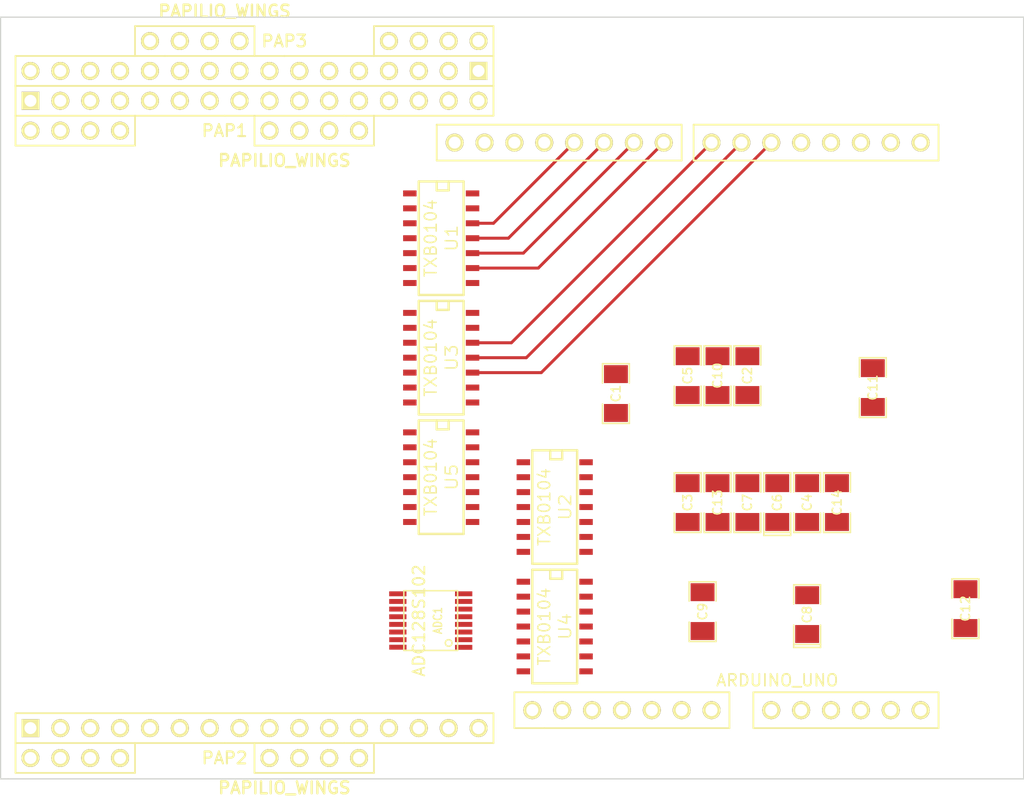
<source format=kicad_pcb>
(kicad_pcb (version 3) (host pcbnew "(2013-07-07 BZR 4022)-stable")

  (general
    (links 105)
    (no_connects 98)
    (area 210.769999 36.7284 297.865001 104.4956)
    (thickness 1.6)
    (drawings 5)
    (tracks 14)
    (zones 0)
    (modules 24)
    (nets 50)
  )

  (page A3)
  (layers
    (15 F.Cu signal)
    (0 B.Cu signal)
    (16 B.Adhes user)
    (17 F.Adhes user)
    (18 B.Paste user)
    (19 F.Paste user)
    (20 B.SilkS user)
    (21 F.SilkS user)
    (22 B.Mask user)
    (23 F.Mask user)
    (24 Dwgs.User user)
    (25 Cmts.User user)
    (26 Eco1.User user)
    (27 Eco2.User user)
    (28 Edge.Cuts user)
  )

  (setup
    (last_trace_width 0.254)
    (trace_clearance 0.254)
    (zone_clearance 0.508)
    (zone_45_only no)
    (trace_min 0.254)
    (segment_width 0.2)
    (edge_width 0.1)
    (via_size 0.889)
    (via_drill 0.635)
    (via_min_size 0.889)
    (via_min_drill 0.508)
    (uvia_size 0.508)
    (uvia_drill 0.127)
    (uvias_allowed no)
    (uvia_min_size 0.508)
    (uvia_min_drill 0.127)
    (pcb_text_width 0.3)
    (pcb_text_size 1.5 1.5)
    (mod_edge_width 0.15)
    (mod_text_size 1 1)
    (mod_text_width 0.15)
    (pad_size 1.524 1.524)
    (pad_drill 1.016)
    (pad_to_mask_clearance 0)
    (aux_axis_origin 0 0)
    (visible_elements 7FFF7FFF)
    (pcbplotparams
      (layerselection 3178497)
      (usegerberextensions true)
      (excludeedgelayer true)
      (linewidth 0.150000)
      (plotframeref false)
      (viasonmask false)
      (mode 1)
      (useauxorigin false)
      (hpglpennumber 1)
      (hpglpenspeed 20)
      (hpglpendiameter 15)
      (hpglpenoverlay 2)
      (psnegative false)
      (psa4output false)
      (plotreference true)
      (plotvalue true)
      (plotothertext true)
      (plotinvisibletext false)
      (padsonsilk false)
      (subtractmaskfromsilk false)
      (outputformat 1)
      (mirror false)
      (drillshape 1)
      (scaleselection 1)
      (outputdirectory ""))
  )

  (net 0 "")
  (net 1 +3.3V)
  (net 2 +5V)
  (net 3 GND)
  (net 4 N-000001)
  (net 5 N-0000010)
  (net 6 N-00000100)
  (net 7 N-00000106)
  (net 8 N-00000107)
  (net 9 N-00000108)
  (net 10 N-00000109)
  (net 11 N-0000011)
  (net 12 N-0000012)
  (net 13 N-0000013)
  (net 14 N-0000014)
  (net 15 N-0000015)
  (net 16 N-0000016)
  (net 17 N-0000017)
  (net 18 N-0000018)
  (net 19 N-0000019)
  (net 20 N-000002)
  (net 21 N-0000020)
  (net 22 N-0000021)
  (net 23 N-0000022)
  (net 24 N-0000023)
  (net 25 N-000003)
  (net 26 N-000004)
  (net 27 N-000005)
  (net 28 N-000006)
  (net 29 N-0000060)
  (net 30 N-0000061)
  (net 31 N-0000062)
  (net 32 N-0000063)
  (net 33 N-0000064)
  (net 34 N-0000065)
  (net 35 N-0000066)
  (net 36 N-000007)
  (net 37 N-0000071)
  (net 38 N-0000078)
  (net 39 N-0000079)
  (net 40 N-000008)
  (net 41 N-0000080)
  (net 42 N-0000082)
  (net 43 N-0000089)
  (net 44 N-000009)
  (net 45 N-0000090)
  (net 46 N-0000091)
  (net 47 N-0000092)
  (net 48 N-0000093)
  (net 49 N-0000099)

  (net_class Default "This is the default net class."
    (clearance 0.254)
    (trace_width 0.254)
    (via_dia 0.889)
    (via_drill 0.635)
    (uvia_dia 0.508)
    (uvia_drill 0.127)
    (add_net "")
    (add_net +3.3V)
    (add_net +5V)
    (add_net GND)
    (add_net N-000001)
    (add_net N-0000010)
    (add_net N-00000100)
    (add_net N-00000106)
    (add_net N-00000107)
    (add_net N-00000108)
    (add_net N-00000109)
    (add_net N-0000011)
    (add_net N-0000012)
    (add_net N-0000013)
    (add_net N-0000014)
    (add_net N-0000015)
    (add_net N-0000016)
    (add_net N-0000017)
    (add_net N-0000018)
    (add_net N-0000019)
    (add_net N-000002)
    (add_net N-0000020)
    (add_net N-0000021)
    (add_net N-0000022)
    (add_net N-0000023)
    (add_net N-000003)
    (add_net N-000004)
    (add_net N-000005)
    (add_net N-000006)
    (add_net N-0000060)
    (add_net N-0000061)
    (add_net N-0000062)
    (add_net N-0000063)
    (add_net N-0000064)
    (add_net N-0000065)
    (add_net N-0000066)
    (add_net N-000007)
    (add_net N-0000071)
    (add_net N-0000078)
    (add_net N-0000079)
    (add_net N-000008)
    (add_net N-0000080)
    (add_net N-0000082)
    (add_net N-0000089)
    (add_net N-000009)
    (add_net N-0000090)
    (add_net N-0000091)
    (add_net N-0000092)
    (add_net N-0000093)
    (add_net N-0000099)
  )

  (module Arduino_Shield (layer F.Cu) (tedit 53E3EED3) (tstamp 53E3F2A0)
    (at 271.272 72.644)
    (path /53E3DC72)
    (fp_text reference ARD1 (at -11.176 21.844) (layer F.SilkS) hide
      (effects (font (size 1 1) (thickness 0.15)))
    )
    (fp_text value ARDUINO_UNO (at 5.588 21.844) (layer F.SilkS)
      (effects (font (size 1 1) (thickness 0.15)))
    )
    (fp_line (start -14.224 22.86) (end -16.764 22.86) (layer F.SilkS) (width 0.15))
    (fp_line (start -16.764 22.86) (end -16.764 25.908) (layer F.SilkS) (width 0.15))
    (fp_line (start -16.764 25.908) (end -14.224 25.908) (layer F.SilkS) (width 0.15))
    (fp_line (start -2.54 -25.4) (end -2.54 -22.352) (layer F.SilkS) (width 0.15))
    (fp_line (start -2.54 -22.352) (end -23.368 -22.352) (layer F.SilkS) (width 0.15))
    (fp_line (start -23.368 -22.352) (end -23.368 -25.4) (layer F.SilkS) (width 0.15))
    (fp_line (start -23.368 -25.4) (end -2.54 -25.4) (layer F.SilkS) (width 0.15))
    (fp_line (start -1.524 -25.4) (end -1.524 -22.352) (layer F.SilkS) (width 0.15))
    (fp_line (start -1.524 -22.352) (end 19.304 -22.352) (layer F.SilkS) (width 0.15))
    (fp_line (start 19.304 -22.352) (end 19.304 -25.4) (layer F.SilkS) (width 0.15))
    (fp_line (start 19.304 -25.4) (end -1.524 -25.4) (layer F.SilkS) (width 0.15))
    (fp_line (start 3.556 22.86) (end 3.556 25.908) (layer F.SilkS) (width 0.15))
    (fp_line (start 3.556 25.908) (end 19.304 25.908) (layer F.SilkS) (width 0.15))
    (fp_line (start 19.304 25.908) (end 19.304 22.86) (layer F.SilkS) (width 0.15))
    (fp_line (start 19.304 22.86) (end 3.556 22.86) (layer F.SilkS) (width 0.15))
    (fp_line (start -14.224 25.908) (end 1.524 25.908) (layer F.SilkS) (width 0.15))
    (fp_line (start 1.524 25.908) (end 1.524 22.86) (layer F.SilkS) (width 0.15))
    (fp_line (start 1.524 22.86) (end -14.224 22.86) (layer F.SilkS) (width 0.15))
    (pad 2 thru_hole circle (at -12.7 24.384) (size 1.524 1.524) (drill 1.016)
      (layers *.Cu *.Mask F.SilkS)
    )
    (pad 3 thru_hole circle (at -10.16 24.384) (size 1.524 1.524) (drill 1.016)
      (layers *.Cu *.Mask F.SilkS)
      (net 1 +3.3V)
    )
    (pad 4 thru_hole circle (at -7.62 24.384) (size 1.524 1.524) (drill 1.016)
      (layers *.Cu *.Mask F.SilkS)
      (net 2 +5V)
    )
    (pad 5 thru_hole circle (at -5.08 24.384) (size 1.524 1.524) (drill 1.016)
      (layers *.Cu *.Mask F.SilkS)
    )
    (pad 6 thru_hole circle (at -2.54 24.384) (size 1.524 1.524) (drill 1.016)
      (layers *.Cu *.Mask F.SilkS)
    )
    (pad 7 thru_hole circle (at 0 24.384) (size 1.524 1.524) (drill 1.016)
      (layers *.Cu *.Mask F.SilkS)
    )
    (pad 8 thru_hole circle (at 5.08 24.384) (size 1.524 1.524) (drill 1.016)
      (layers *.Cu *.Mask F.SilkS)
      (net 38 N-0000078)
    )
    (pad 9 thru_hole circle (at 7.62 24.384) (size 1.524 1.524) (drill 1.016)
      (layers *.Cu *.Mask F.SilkS)
      (net 39 N-0000079)
    )
    (pad 10 thru_hole circle (at 10.16 24.384) (size 1.524 1.524) (drill 1.016)
      (layers *.Cu *.Mask F.SilkS)
      (net 41 N-0000080)
    )
    (pad 11 thru_hole circle (at 12.7 24.384) (size 1.524 1.524) (drill 1.016)
      (layers *.Cu *.Mask F.SilkS)
      (net 8 N-00000107)
    )
    (pad 12 thru_hole circle (at 15.24 24.384) (size 1.524 1.524) (drill 1.016)
      (layers *.Cu *.Mask F.SilkS)
      (net 37 N-0000071)
    )
    (pad 13 thru_hole circle (at 17.78 24.384) (size 1.524 1.524) (drill 1.016)
      (layers *.Cu *.Mask F.SilkS)
      (net 9 N-00000108)
    )
    (pad 14 thru_hole circle (at 17.78 -23.876) (size 1.524 1.524) (drill 1.016)
      (layers *.Cu *.Mask F.SilkS)
      (net 48 N-0000093)
    )
    (pad 15 thru_hole circle (at 15.24 -23.876) (size 1.524 1.524) (drill 1.016)
      (layers *.Cu *.Mask F.SilkS)
      (net 43 N-0000089)
    )
    (pad 16 thru_hole circle (at 12.7 -23.876) (size 1.524 1.524) (drill 1.016)
      (layers *.Cu *.Mask F.SilkS)
      (net 45 N-0000090)
    )
    (pad 17 thru_hole circle (at 10.16 -23.876) (size 1.524 1.524) (drill 1.016)
      (layers *.Cu *.Mask F.SilkS)
      (net 46 N-0000091)
    )
    (pad 18 thru_hole circle (at 7.62 -23.876) (size 1.524 1.524) (drill 1.016)
      (layers *.Cu *.Mask F.SilkS)
      (net 47 N-0000092)
    )
    (pad 19 thru_hole circle (at 5.08 -23.876) (size 1.524 1.524) (drill 1.016)
      (layers *.Cu *.Mask F.SilkS)
      (net 7 N-00000106)
    )
    (pad 20 thru_hole circle (at 2.54 -23.876) (size 1.524 1.524) (drill 1.016)
      (layers *.Cu *.Mask F.SilkS)
      (net 49 N-0000099)
    )
    (pad 21 thru_hole circle (at 0 -23.876) (size 1.524 1.524) (drill 1.016)
      (layers *.Cu *.Mask F.SilkS)
      (net 6 N-00000100)
    )
    (pad 22 thru_hole circle (at -4.064 -23.876) (size 1.524 1.524) (drill 1.016)
      (layers *.Cu *.Mask F.SilkS)
      (net 26 N-000004)
    )
    (pad 23 thru_hole circle (at -6.604 -23.876) (size 1.524 1.524) (drill 1.016)
      (layers *.Cu *.Mask F.SilkS)
      (net 25 N-000003)
    )
    (pad 24 thru_hole circle (at -9.144 -23.876) (size 1.524 1.524) (drill 1.016)
      (layers *.Cu *.Mask F.SilkS)
      (net 20 N-000002)
    )
    (pad 25 thru_hole circle (at -11.684 -23.876) (size 1.524 1.524) (drill 1.016)
      (layers *.Cu *.Mask F.SilkS)
      (net 4 N-000001)
    )
    (pad 26 thru_hole circle (at -14.224 -23.876) (size 1.524 1.524) (drill 1.016)
      (layers *.Cu *.Mask F.SilkS)
      (net 21 N-0000020)
    )
    (pad 27 thru_hole circle (at -16.764 -23.876) (size 1.524 1.524) (drill 1.016)
      (layers *.Cu *.Mask F.SilkS)
      (net 10 N-00000109)
    )
    (pad 28 thru_hole circle (at -19.304 -23.876) (size 1.524 1.524) (drill 1.016)
      (layers *.Cu *.Mask F.SilkS)
    )
    (pad 29 thru_hole circle (at -21.844 -23.876) (size 1.524 1.524) (drill 1.016)
      (layers *.Cu *.Mask F.SilkS)
    )
    (pad 1 thru_hole circle (at -15.24 24.384) (size 1.524 1.524) (drill 1.016)
      (layers *.Cu *.Mask F.SilkS)
    )
  )

  (module tssop-16 (layer F.Cu) (tedit 50BDFA4B) (tstamp 53E3EAE6)
    (at 247.396 89.408 90)
    (descr TSSOP-16)
    (path /53E3E83A)
    (attr smd)
    (fp_text reference ADC1 (at 0 0.59944 90) (layer F.SilkS)
      (effects (font (size 0.70104 0.59944) (thickness 0.11938)))
    )
    (fp_text value ADC128S102 (at 0 -1.00076 90) (layer F.SilkS)
      (effects (font (size 1.00076 1.00076) (thickness 0.14986)))
    )
    (fp_circle (center -1.905 1.524) (end -2.032 1.778) (layer F.SilkS) (width 0.127))
    (fp_line (start 2.54 -2.286) (end -2.54 -2.286) (layer F.SilkS) (width 0.127))
    (fp_line (start -2.54 -2.286) (end -2.54 2.286) (layer F.SilkS) (width 0.127))
    (fp_line (start -2.54 2.286) (end 2.54 2.286) (layer F.SilkS) (width 0.127))
    (fp_line (start 2.54 2.286) (end 2.54 -2.286) (layer F.SilkS) (width 0.127))
    (pad 4 smd rect (at -0.32512 2.79908 90) (size 0.4191 1.47066)
      (layers F.Cu F.Paste F.Mask)
      (net 38 N-0000078)
    )
    (pad 5 smd rect (at 0.32512 2.79908 90) (size 0.4191 1.47066)
      (layers F.Cu F.Paste F.Mask)
      (net 39 N-0000079)
    )
    (pad 6 smd rect (at 0.97536 2.79908 90) (size 0.4191 1.47066)
      (layers F.Cu F.Paste F.Mask)
      (net 41 N-0000080)
    )
    (pad 7 smd rect (at 1.6256 2.79908 90) (size 0.4191 1.47066)
      (layers F.Cu F.Paste F.Mask)
      (net 8 N-00000107)
    )
    (pad 16 smd rect (at -2.26568 -2.794 90) (size 0.4191 1.47066)
      (layers F.Cu F.Paste F.Mask)
      (net 35 N-0000066)
    )
    (pad 1 smd rect (at -2.27584 2.79908 90) (size 0.4191 1.47066)
      (layers F.Cu F.Paste F.Mask)
      (net 34 N-0000065)
    )
    (pad 2 smd rect (at -1.6256 2.79908 90) (size 0.4191 1.47066)
      (layers F.Cu F.Paste F.Mask)
      (net 42 N-0000082)
    )
    (pad 3 smd rect (at -0.97536 2.79908 90) (size 0.4191 1.47066)
      (layers F.Cu F.Paste F.Mask)
      (net 3 GND)
    )
    (pad 9 smd rect (at 2.27584 -2.79908 90) (size 0.4191 1.47066)
      (layers F.Cu F.Paste F.Mask)
      (net 9 N-00000108)
    )
    (pad 10 smd rect (at 1.6256 -2.79908 90) (size 0.4191 1.47066)
      (layers F.Cu F.Paste F.Mask)
    )
    (pad 11 smd rect (at 0.97536 -2.79908 90) (size 0.4191 1.47066)
      (layers F.Cu F.Paste F.Mask)
    )
    (pad 12 smd rect (at 0.32512 -2.79908 90) (size 0.4191 1.47066)
      (layers F.Cu F.Paste F.Mask)
      (net 3 GND)
    )
    (pad 13 smd rect (at -0.32512 -2.79908 90) (size 0.4191 1.47066)
      (layers F.Cu F.Paste F.Mask)
      (net 19 N-0000019)
    )
    (pad 14 smd rect (at -0.97536 -2.79908 90) (size 0.4191 1.47066)
      (layers F.Cu F.Paste F.Mask)
      (net 29 N-0000060)
    )
    (pad 8 smd rect (at 2.27584 2.79908 90) (size 0.4191 1.47066)
      (layers F.Cu F.Paste F.Mask)
      (net 37 N-0000071)
    )
    (pad 15 smd rect (at -1.6256 -2.794 90) (size 0.4191 1.47066)
      (layers F.Cu F.Paste F.Mask)
      (net 30 N-0000061)
    )
    (model smd/smd_dil/tssop-16.wrl
      (at (xyz 0 0 0))
      (scale (xyz 1 1 1))
      (rotate (xyz 0 0 0))
    )
  )

  (module SO14E (layer F.Cu) (tedit 42806FBF) (tstamp 53E3EAFF)
    (at 248.412 77.216 270)
    (descr "module CMS SOJ 14 pins etroit")
    (tags "CMS SOJ")
    (path /53E3DDA1)
    (attr smd)
    (fp_text reference U5 (at 0 -0.762 270) (layer F.SilkS)
      (effects (font (size 1.016 1.143) (thickness 0.127)))
    )
    (fp_text value TXB0104 (at 0 1.016 270) (layer F.SilkS)
      (effects (font (size 1.016 1.016) (thickness 0.127)))
    )
    (fp_line (start -4.826 -1.778) (end 4.826 -1.778) (layer F.SilkS) (width 0.2032))
    (fp_line (start 4.826 -1.778) (end 4.826 2.032) (layer F.SilkS) (width 0.2032))
    (fp_line (start 4.826 2.032) (end -4.826 2.032) (layer F.SilkS) (width 0.2032))
    (fp_line (start -4.826 2.032) (end -4.826 -1.778) (layer F.SilkS) (width 0.2032))
    (fp_line (start -4.826 -0.508) (end -4.064 -0.508) (layer F.SilkS) (width 0.2032))
    (fp_line (start -4.064 -0.508) (end -4.064 0.508) (layer F.SilkS) (width 0.2032))
    (fp_line (start -4.064 0.508) (end -4.826 0.508) (layer F.SilkS) (width 0.2032))
    (pad 1 smd rect (at -3.81 2.794 270) (size 0.508 1.143)
      (layers F.Cu F.Paste F.Mask)
      (net 1 +3.3V)
    )
    (pad 2 smd rect (at -2.54 2.794 270) (size 0.508 1.143)
      (layers F.Cu F.Paste F.Mask)
      (net 31 N-0000062)
    )
    (pad 3 smd rect (at -1.27 2.794 270) (size 0.508 1.143)
      (layers F.Cu F.Paste F.Mask)
      (net 33 N-0000064)
    )
    (pad 4 smd rect (at 0 2.794 270) (size 0.508 1.143)
      (layers F.Cu F.Paste F.Mask)
      (net 32 N-0000063)
    )
    (pad 5 smd rect (at 1.27 2.794 270) (size 0.508 1.143)
      (layers F.Cu F.Paste F.Mask)
      (net 24 N-0000023)
    )
    (pad 6 smd rect (at 2.54 2.794 270) (size 0.508 1.143)
      (layers F.Cu F.Paste F.Mask)
    )
    (pad 7 smd rect (at 3.81 2.794 270) (size 0.508 1.143)
      (layers F.Cu F.Paste F.Mask)
      (net 3 GND)
    )
    (pad 8 smd rect (at 3.81 -2.54 270) (size 0.508 1.143)
      (layers F.Cu F.Paste F.Mask)
      (net 2 +5V)
    )
    (pad 9 smd rect (at 2.54 -2.54 270) (size 0.508 1.143)
      (layers F.Cu F.Paste F.Mask)
      (net 48 N-0000093)
    )
    (pad 10 smd rect (at 1.27 -2.54 270) (size 0.508 1.143)
      (layers F.Cu F.Paste F.Mask)
      (net 43 N-0000089)
    )
    (pad 11 smd rect (at 0 -2.54 270) (size 0.508 1.143)
      (layers F.Cu F.Paste F.Mask)
      (net 45 N-0000090)
    )
    (pad 12 smd rect (at -1.27 -2.54 270) (size 0.508 1.143)
      (layers F.Cu F.Paste F.Mask)
      (net 46 N-0000091)
    )
    (pad 13 smd rect (at -2.54 -2.54 270) (size 0.508 1.143)
      (layers F.Cu F.Paste F.Mask)
    )
    (pad 14 smd rect (at -3.81 -2.54 270) (size 0.508 1.143)
      (layers F.Cu F.Paste F.Mask)
    )
    (model smd/cms_so14.wrl
      (at (xyz 0 0 0))
      (scale (xyz 0.5 0.3 0.5))
      (rotate (xyz 0 0 0))
    )
  )

  (module SO14E (layer F.Cu) (tedit 42806FBF) (tstamp 53E3EB18)
    (at 248.412 67.056 270)
    (descr "module CMS SOJ 14 pins etroit")
    (tags "CMS SOJ")
    (path /53E3DDD6)
    (attr smd)
    (fp_text reference U3 (at 0 -0.762 270) (layer F.SilkS)
      (effects (font (size 1.016 1.143) (thickness 0.127)))
    )
    (fp_text value TXB0104 (at 0 1.016 270) (layer F.SilkS)
      (effects (font (size 1.016 1.016) (thickness 0.127)))
    )
    (fp_line (start -4.826 -1.778) (end 4.826 -1.778) (layer F.SilkS) (width 0.2032))
    (fp_line (start 4.826 -1.778) (end 4.826 2.032) (layer F.SilkS) (width 0.2032))
    (fp_line (start 4.826 2.032) (end -4.826 2.032) (layer F.SilkS) (width 0.2032))
    (fp_line (start -4.826 2.032) (end -4.826 -1.778) (layer F.SilkS) (width 0.2032))
    (fp_line (start -4.826 -0.508) (end -4.064 -0.508) (layer F.SilkS) (width 0.2032))
    (fp_line (start -4.064 -0.508) (end -4.064 0.508) (layer F.SilkS) (width 0.2032))
    (fp_line (start -4.064 0.508) (end -4.826 0.508) (layer F.SilkS) (width 0.2032))
    (pad 1 smd rect (at -3.81 2.794 270) (size 0.508 1.143)
      (layers F.Cu F.Paste F.Mask)
      (net 1 +3.3V)
    )
    (pad 2 smd rect (at -2.54 2.794 270) (size 0.508 1.143)
      (layers F.Cu F.Paste F.Mask)
      (net 5 N-0000010)
    )
    (pad 3 smd rect (at -1.27 2.794 270) (size 0.508 1.143)
      (layers F.Cu F.Paste F.Mask)
      (net 44 N-000009)
    )
    (pad 4 smd rect (at 0 2.794 270) (size 0.508 1.143)
      (layers F.Cu F.Paste F.Mask)
      (net 27 N-000005)
    )
    (pad 5 smd rect (at 1.27 2.794 270) (size 0.508 1.143)
      (layers F.Cu F.Paste F.Mask)
      (net 40 N-000008)
    )
    (pad 6 smd rect (at 2.54 2.794 270) (size 0.508 1.143)
      (layers F.Cu F.Paste F.Mask)
    )
    (pad 7 smd rect (at 3.81 2.794 270) (size 0.508 1.143)
      (layers F.Cu F.Paste F.Mask)
      (net 3 GND)
    )
    (pad 8 smd rect (at 3.81 -2.54 270) (size 0.508 1.143)
      (layers F.Cu F.Paste F.Mask)
      (net 2 +5V)
    )
    (pad 9 smd rect (at 2.54 -2.54 270) (size 0.508 1.143)
      (layers F.Cu F.Paste F.Mask)
      (net 47 N-0000092)
    )
    (pad 10 smd rect (at 1.27 -2.54 270) (size 0.508 1.143)
      (layers F.Cu F.Paste F.Mask)
      (net 7 N-00000106)
    )
    (pad 11 smd rect (at 0 -2.54 270) (size 0.508 1.143)
      (layers F.Cu F.Paste F.Mask)
      (net 49 N-0000099)
    )
    (pad 12 smd rect (at -1.27 -2.54 270) (size 0.508 1.143)
      (layers F.Cu F.Paste F.Mask)
      (net 6 N-00000100)
    )
    (pad 13 smd rect (at -2.54 -2.54 270) (size 0.508 1.143)
      (layers F.Cu F.Paste F.Mask)
    )
    (pad 14 smd rect (at -3.81 -2.54 270) (size 0.508 1.143)
      (layers F.Cu F.Paste F.Mask)
    )
    (model smd/cms_so14.wrl
      (at (xyz 0 0 0))
      (scale (xyz 0.5 0.3 0.5))
      (rotate (xyz 0 0 0))
    )
  )

  (module SO14E (layer F.Cu) (tedit 42806FBF) (tstamp 53E3EB31)
    (at 248.412 56.896 270)
    (descr "module CMS SOJ 14 pins etroit")
    (tags "CMS SOJ")
    (path /53E3DDDC)
    (attr smd)
    (fp_text reference U1 (at 0 -0.762 270) (layer F.SilkS)
      (effects (font (size 1.016 1.143) (thickness 0.127)))
    )
    (fp_text value TXB0104 (at 0 1.016 270) (layer F.SilkS)
      (effects (font (size 1.016 1.016) (thickness 0.127)))
    )
    (fp_line (start -4.826 -1.778) (end 4.826 -1.778) (layer F.SilkS) (width 0.2032))
    (fp_line (start 4.826 -1.778) (end 4.826 2.032) (layer F.SilkS) (width 0.2032))
    (fp_line (start 4.826 2.032) (end -4.826 2.032) (layer F.SilkS) (width 0.2032))
    (fp_line (start -4.826 2.032) (end -4.826 -1.778) (layer F.SilkS) (width 0.2032))
    (fp_line (start -4.826 -0.508) (end -4.064 -0.508) (layer F.SilkS) (width 0.2032))
    (fp_line (start -4.064 -0.508) (end -4.064 0.508) (layer F.SilkS) (width 0.2032))
    (fp_line (start -4.064 0.508) (end -4.826 0.508) (layer F.SilkS) (width 0.2032))
    (pad 1 smd rect (at -3.81 2.794 270) (size 0.508 1.143)
      (layers F.Cu F.Paste F.Mask)
      (net 1 +3.3V)
    )
    (pad 2 smd rect (at -2.54 2.794 270) (size 0.508 1.143)
      (layers F.Cu F.Paste F.Mask)
      (net 36 N-000007)
    )
    (pad 3 smd rect (at -1.27 2.794 270) (size 0.508 1.143)
      (layers F.Cu F.Paste F.Mask)
      (net 28 N-000006)
    )
    (pad 4 smd rect (at 0 2.794 270) (size 0.508 1.143)
      (layers F.Cu F.Paste F.Mask)
      (net 12 N-0000012)
    )
    (pad 5 smd rect (at 1.27 2.794 270) (size 0.508 1.143)
      (layers F.Cu F.Paste F.Mask)
      (net 11 N-0000011)
    )
    (pad 6 smd rect (at 2.54 2.794 270) (size 0.508 1.143)
      (layers F.Cu F.Paste F.Mask)
    )
    (pad 7 smd rect (at 3.81 2.794 270) (size 0.508 1.143)
      (layers F.Cu F.Paste F.Mask)
    )
    (pad 8 smd rect (at 3.81 -2.54 270) (size 0.508 1.143)
      (layers F.Cu F.Paste F.Mask)
      (net 2 +5V)
    )
    (pad 9 smd rect (at 2.54 -2.54 270) (size 0.508 1.143)
      (layers F.Cu F.Paste F.Mask)
      (net 26 N-000004)
    )
    (pad 10 smd rect (at 1.27 -2.54 270) (size 0.508 1.143)
      (layers F.Cu F.Paste F.Mask)
      (net 25 N-000003)
    )
    (pad 11 smd rect (at 0 -2.54 270) (size 0.508 1.143)
      (layers F.Cu F.Paste F.Mask)
      (net 20 N-000002)
    )
    (pad 12 smd rect (at -1.27 -2.54 270) (size 0.508 1.143)
      (layers F.Cu F.Paste F.Mask)
      (net 4 N-000001)
    )
    (pad 13 smd rect (at -2.54 -2.54 270) (size 0.508 1.143)
      (layers F.Cu F.Paste F.Mask)
    )
    (pad 14 smd rect (at -3.81 -2.54 270) (size 0.508 1.143)
      (layers F.Cu F.Paste F.Mask)
    )
    (model smd/cms_so14.wrl
      (at (xyz 0 0 0))
      (scale (xyz 0.5 0.3 0.5))
      (rotate (xyz 0 0 0))
    )
  )

  (module SO14E (layer F.Cu) (tedit 42806FBF) (tstamp 53E3EB4A)
    (at 258.064 89.916 270)
    (descr "module CMS SOJ 14 pins etroit")
    (tags "CMS SOJ")
    (path /53E3DE05)
    (attr smd)
    (fp_text reference U4 (at 0 -0.762 270) (layer F.SilkS)
      (effects (font (size 1.016 1.143) (thickness 0.127)))
    )
    (fp_text value TXB0104 (at 0 1.016 270) (layer F.SilkS)
      (effects (font (size 1.016 1.016) (thickness 0.127)))
    )
    (fp_line (start -4.826 -1.778) (end 4.826 -1.778) (layer F.SilkS) (width 0.2032))
    (fp_line (start 4.826 -1.778) (end 4.826 2.032) (layer F.SilkS) (width 0.2032))
    (fp_line (start 4.826 2.032) (end -4.826 2.032) (layer F.SilkS) (width 0.2032))
    (fp_line (start -4.826 2.032) (end -4.826 -1.778) (layer F.SilkS) (width 0.2032))
    (fp_line (start -4.826 -0.508) (end -4.064 -0.508) (layer F.SilkS) (width 0.2032))
    (fp_line (start -4.064 -0.508) (end -4.064 0.508) (layer F.SilkS) (width 0.2032))
    (fp_line (start -4.064 0.508) (end -4.826 0.508) (layer F.SilkS) (width 0.2032))
    (pad 1 smd rect (at -3.81 2.794 270) (size 0.508 1.143)
      (layers F.Cu F.Paste F.Mask)
      (net 1 +3.3V)
    )
    (pad 2 smd rect (at -2.54 2.794 270) (size 0.508 1.143)
      (layers F.Cu F.Paste F.Mask)
      (net 17 N-0000017)
    )
    (pad 3 smd rect (at -1.27 2.794 270) (size 0.508 1.143)
      (layers F.Cu F.Paste F.Mask)
      (net 18 N-0000018)
    )
    (pad 4 smd rect (at 0 2.794 270) (size 0.508 1.143)
      (layers F.Cu F.Paste F.Mask)
      (net 22 N-0000021)
    )
    (pad 5 smd rect (at 1.27 2.794 270) (size 0.508 1.143)
      (layers F.Cu F.Paste F.Mask)
      (net 23 N-0000022)
    )
    (pad 6 smd rect (at 2.54 2.794 270) (size 0.508 1.143)
      (layers F.Cu F.Paste F.Mask)
    )
    (pad 7 smd rect (at 3.81 2.794 270) (size 0.508 1.143)
      (layers F.Cu F.Paste F.Mask)
      (net 3 GND)
    )
    (pad 8 smd rect (at 3.81 -2.54 270) (size 0.508 1.143)
      (layers F.Cu F.Paste F.Mask)
      (net 2 +5V)
    )
    (pad 9 smd rect (at 2.54 -2.54 270) (size 0.508 1.143)
      (layers F.Cu F.Paste F.Mask)
      (net 41 N-0000080)
    )
    (pad 10 smd rect (at 1.27 -2.54 270) (size 0.508 1.143)
      (layers F.Cu F.Paste F.Mask)
      (net 8 N-00000107)
    )
    (pad 11 smd rect (at 0 -2.54 270) (size 0.508 1.143)
      (layers F.Cu F.Paste F.Mask)
      (net 37 N-0000071)
    )
    (pad 12 smd rect (at -1.27 -2.54 270) (size 0.508 1.143)
      (layers F.Cu F.Paste F.Mask)
      (net 9 N-00000108)
    )
    (pad 13 smd rect (at -2.54 -2.54 270) (size 0.508 1.143)
      (layers F.Cu F.Paste F.Mask)
    )
    (pad 14 smd rect (at -3.81 -2.54 270) (size 0.508 1.143)
      (layers F.Cu F.Paste F.Mask)
    )
    (model smd/cms_so14.wrl
      (at (xyz 0 0 0))
      (scale (xyz 0.5 0.3 0.5))
      (rotate (xyz 0 0 0))
    )
  )

  (module SO14E (layer F.Cu) (tedit 42806FBF) (tstamp 53E3EB63)
    (at 258.064 79.756 270)
    (descr "module CMS SOJ 14 pins etroit")
    (tags "CMS SOJ")
    (path /53E3E064)
    (attr smd)
    (fp_text reference U2 (at 0 -0.762 270) (layer F.SilkS)
      (effects (font (size 1.016 1.143) (thickness 0.127)))
    )
    (fp_text value TXB0104 (at 0 1.016 270) (layer F.SilkS)
      (effects (font (size 1.016 1.016) (thickness 0.127)))
    )
    (fp_line (start -4.826 -1.778) (end 4.826 -1.778) (layer F.SilkS) (width 0.2032))
    (fp_line (start 4.826 -1.778) (end 4.826 2.032) (layer F.SilkS) (width 0.2032))
    (fp_line (start 4.826 2.032) (end -4.826 2.032) (layer F.SilkS) (width 0.2032))
    (fp_line (start -4.826 2.032) (end -4.826 -1.778) (layer F.SilkS) (width 0.2032))
    (fp_line (start -4.826 -0.508) (end -4.064 -0.508) (layer F.SilkS) (width 0.2032))
    (fp_line (start -4.064 -0.508) (end -4.064 0.508) (layer F.SilkS) (width 0.2032))
    (fp_line (start -4.064 0.508) (end -4.826 0.508) (layer F.SilkS) (width 0.2032))
    (pad 1 smd rect (at -3.81 2.794 270) (size 0.508 1.143)
      (layers F.Cu F.Paste F.Mask)
      (net 1 +3.3V)
    )
    (pad 2 smd rect (at -2.54 2.794 270) (size 0.508 1.143)
      (layers F.Cu F.Paste F.Mask)
      (net 14 N-0000014)
    )
    (pad 3 smd rect (at -1.27 2.794 270) (size 0.508 1.143)
      (layers F.Cu F.Paste F.Mask)
      (net 15 N-0000015)
    )
    (pad 4 smd rect (at 0 2.794 270) (size 0.508 1.143)
      (layers F.Cu F.Paste F.Mask)
      (net 13 N-0000013)
    )
    (pad 5 smd rect (at 1.27 2.794 270) (size 0.508 1.143)
      (layers F.Cu F.Paste F.Mask)
      (net 16 N-0000016)
    )
    (pad 6 smd rect (at 2.54 2.794 270) (size 0.508 1.143)
      (layers F.Cu F.Paste F.Mask)
    )
    (pad 7 smd rect (at 3.81 2.794 270) (size 0.508 1.143)
      (layers F.Cu F.Paste F.Mask)
      (net 3 GND)
    )
    (pad 8 smd rect (at 3.81 -2.54 270) (size 0.508 1.143)
      (layers F.Cu F.Paste F.Mask)
      (net 2 +5V)
    )
    (pad 9 smd rect (at 2.54 -2.54 270) (size 0.508 1.143)
      (layers F.Cu F.Paste F.Mask)
      (net 21 N-0000020)
    )
    (pad 10 smd rect (at 1.27 -2.54 270) (size 0.508 1.143)
      (layers F.Cu F.Paste F.Mask)
      (net 10 N-00000109)
    )
    (pad 11 smd rect (at 0 -2.54 270) (size 0.508 1.143)
      (layers F.Cu F.Paste F.Mask)
      (net 38 N-0000078)
    )
    (pad 12 smd rect (at -1.27 -2.54 270) (size 0.508 1.143)
      (layers F.Cu F.Paste F.Mask)
      (net 39 N-0000079)
    )
    (pad 13 smd rect (at -2.54 -2.54 270) (size 0.508 1.143)
      (layers F.Cu F.Paste F.Mask)
    )
    (pad 14 smd rect (at -3.81 -2.54 270) (size 0.508 1.143)
      (layers F.Cu F.Paste F.Mask)
    )
    (model smd/cms_so14.wrl
      (at (xyz 0 0 0))
      (scale (xyz 0.5 0.3 0.5))
      (rotate (xyz 0 0 0))
    )
  )

  (module SM1206POL (layer F.Cu) (tedit 42806E4C) (tstamp 53E3EB72)
    (at 279.4 88.9 90)
    (path /53E3EA65)
    (attr smd)
    (fp_text reference C8 (at 0 0 90) (layer F.SilkS)
      (effects (font (size 0.762 0.762) (thickness 0.127)))
    )
    (fp_text value 1uF (at 0 0 90) (layer F.SilkS) hide
      (effects (font (size 0.762 0.762) (thickness 0.127)))
    )
    (fp_line (start -2.54 -1.143) (end -2.794 -1.143) (layer F.SilkS) (width 0.127))
    (fp_line (start -2.794 -1.143) (end -2.794 1.143) (layer F.SilkS) (width 0.127))
    (fp_line (start -2.794 1.143) (end -2.54 1.143) (layer F.SilkS) (width 0.127))
    (fp_line (start -2.54 -1.143) (end -2.54 1.143) (layer F.SilkS) (width 0.127))
    (fp_line (start -2.54 1.143) (end -0.889 1.143) (layer F.SilkS) (width 0.127))
    (fp_line (start 0.889 -1.143) (end 2.54 -1.143) (layer F.SilkS) (width 0.127))
    (fp_line (start 2.54 -1.143) (end 2.54 1.143) (layer F.SilkS) (width 0.127))
    (fp_line (start 2.54 1.143) (end 0.889 1.143) (layer F.SilkS) (width 0.127))
    (fp_line (start -0.889 -1.143) (end -2.54 -1.143) (layer F.SilkS) (width 0.127))
    (pad 1 smd rect (at -1.651 0 90) (size 1.524 2.032)
      (layers F.Cu F.Paste F.Mask)
      (net 42 N-0000082)
    )
    (pad 2 smd rect (at 1.651 0 90) (size 1.524 2.032)
      (layers F.Cu F.Paste F.Mask)
      (net 3 GND)
    )
    (model smd/chip_cms_pol.wrl
      (at (xyz 0 0 0))
      (scale (xyz 0.17 0.16 0.16))
      (rotate (xyz 0 0 0))
    )
  )

  (module SM1206POL (layer F.Cu) (tedit 42806E4C) (tstamp 53E3EB81)
    (at 276.86 79.375 90)
    (path /53E3EBEE)
    (attr smd)
    (fp_text reference C6 (at 0 0 90) (layer F.SilkS)
      (effects (font (size 0.762 0.762) (thickness 0.127)))
    )
    (fp_text value 1uF (at 0 0 90) (layer F.SilkS) hide
      (effects (font (size 0.762 0.762) (thickness 0.127)))
    )
    (fp_line (start -2.54 -1.143) (end -2.794 -1.143) (layer F.SilkS) (width 0.127))
    (fp_line (start -2.794 -1.143) (end -2.794 1.143) (layer F.SilkS) (width 0.127))
    (fp_line (start -2.794 1.143) (end -2.54 1.143) (layer F.SilkS) (width 0.127))
    (fp_line (start -2.54 -1.143) (end -2.54 1.143) (layer F.SilkS) (width 0.127))
    (fp_line (start -2.54 1.143) (end -0.889 1.143) (layer F.SilkS) (width 0.127))
    (fp_line (start 0.889 -1.143) (end 2.54 -1.143) (layer F.SilkS) (width 0.127))
    (fp_line (start 2.54 -1.143) (end 2.54 1.143) (layer F.SilkS) (width 0.127))
    (fp_line (start 2.54 1.143) (end 0.889 1.143) (layer F.SilkS) (width 0.127))
    (fp_line (start -0.889 -1.143) (end -2.54 -1.143) (layer F.SilkS) (width 0.127))
    (pad 1 smd rect (at -1.651 0 90) (size 1.524 2.032)
      (layers F.Cu F.Paste F.Mask)
      (net 19 N-0000019)
    )
    (pad 2 smd rect (at 1.651 0 90) (size 1.524 2.032)
      (layers F.Cu F.Paste F.Mask)
      (net 3 GND)
    )
    (model smd/chip_cms_pol.wrl
      (at (xyz 0 0 0))
      (scale (xyz 0.17 0.16 0.16))
      (rotate (xyz 0 0 0))
    )
  )

  (module SM1206 (layer F.Cu) (tedit 42806E24) (tstamp 53E3EB8D)
    (at 274.32 79.375 90)
    (path /53E3EBE8)
    (attr smd)
    (fp_text reference C7 (at 0 0 90) (layer F.SilkS)
      (effects (font (size 0.762 0.762) (thickness 0.127)))
    )
    (fp_text value 0.1uF (at 0 0 90) (layer F.SilkS) hide
      (effects (font (size 0.762 0.762) (thickness 0.127)))
    )
    (fp_line (start -2.54 -1.143) (end -2.54 1.143) (layer F.SilkS) (width 0.127))
    (fp_line (start -2.54 1.143) (end -0.889 1.143) (layer F.SilkS) (width 0.127))
    (fp_line (start 0.889 -1.143) (end 2.54 -1.143) (layer F.SilkS) (width 0.127))
    (fp_line (start 2.54 -1.143) (end 2.54 1.143) (layer F.SilkS) (width 0.127))
    (fp_line (start 2.54 1.143) (end 0.889 1.143) (layer F.SilkS) (width 0.127))
    (fp_line (start -0.889 -1.143) (end -2.54 -1.143) (layer F.SilkS) (width 0.127))
    (pad 1 smd rect (at -1.651 0 90) (size 1.524 2.032)
      (layers F.Cu F.Paste F.Mask)
      (net 19 N-0000019)
    )
    (pad 2 smd rect (at 1.651 0 90) (size 1.524 2.032)
      (layers F.Cu F.Paste F.Mask)
      (net 3 GND)
    )
    (model smd/chip_cms.wrl
      (at (xyz 0 0 0))
      (scale (xyz 0.17 0.16 0.16))
      (rotate (xyz 0 0 0))
    )
  )

  (module SM1206 (layer F.Cu) (tedit 42806E24) (tstamp 53E3EB99)
    (at 281.94 79.375 90)
    (path /53E4184B)
    (attr smd)
    (fp_text reference C14 (at 0 0 90) (layer F.SilkS)
      (effects (font (size 0.762 0.762) (thickness 0.127)))
    )
    (fp_text value 0.1uF (at 0 0 90) (layer F.SilkS) hide
      (effects (font (size 0.762 0.762) (thickness 0.127)))
    )
    (fp_line (start -2.54 -1.143) (end -2.54 1.143) (layer F.SilkS) (width 0.127))
    (fp_line (start -2.54 1.143) (end -0.889 1.143) (layer F.SilkS) (width 0.127))
    (fp_line (start 0.889 -1.143) (end 2.54 -1.143) (layer F.SilkS) (width 0.127))
    (fp_line (start 2.54 -1.143) (end 2.54 1.143) (layer F.SilkS) (width 0.127))
    (fp_line (start 2.54 1.143) (end 0.889 1.143) (layer F.SilkS) (width 0.127))
    (fp_line (start -0.889 -1.143) (end -2.54 -1.143) (layer F.SilkS) (width 0.127))
    (pad 1 smd rect (at -1.651 0 90) (size 1.524 2.032)
      (layers F.Cu F.Paste F.Mask)
      (net 1 +3.3V)
    )
    (pad 2 smd rect (at 1.651 0 90) (size 1.524 2.032)
      (layers F.Cu F.Paste F.Mask)
      (net 3 GND)
    )
    (model smd/chip_cms.wrl
      (at (xyz 0 0 0))
      (scale (xyz 0.17 0.16 0.16))
      (rotate (xyz 0 0 0))
    )
  )

  (module SM1206 (layer F.Cu) (tedit 42806E24) (tstamp 53E3EBA5)
    (at 271.78 79.375 90)
    (path /53E41845)
    (attr smd)
    (fp_text reference C13 (at 0 0 90) (layer F.SilkS)
      (effects (font (size 0.762 0.762) (thickness 0.127)))
    )
    (fp_text value 0.1uF (at 0 0 90) (layer F.SilkS) hide
      (effects (font (size 0.762 0.762) (thickness 0.127)))
    )
    (fp_line (start -2.54 -1.143) (end -2.54 1.143) (layer F.SilkS) (width 0.127))
    (fp_line (start -2.54 1.143) (end -0.889 1.143) (layer F.SilkS) (width 0.127))
    (fp_line (start 0.889 -1.143) (end 2.54 -1.143) (layer F.SilkS) (width 0.127))
    (fp_line (start 2.54 -1.143) (end 2.54 1.143) (layer F.SilkS) (width 0.127))
    (fp_line (start 2.54 1.143) (end 0.889 1.143) (layer F.SilkS) (width 0.127))
    (fp_line (start -0.889 -1.143) (end -2.54 -1.143) (layer F.SilkS) (width 0.127))
    (pad 1 smd rect (at -1.651 0 90) (size 1.524 2.032)
      (layers F.Cu F.Paste F.Mask)
      (net 1 +3.3V)
    )
    (pad 2 smd rect (at 1.651 0 90) (size 1.524 2.032)
      (layers F.Cu F.Paste F.Mask)
      (net 3 GND)
    )
    (model smd/chip_cms.wrl
      (at (xyz 0 0 0))
      (scale (xyz 0.17 0.16 0.16))
      (rotate (xyz 0 0 0))
    )
  )

  (module SM1206 (layer F.Cu) (tedit 42806E24) (tstamp 53E3EBB1)
    (at 292.862 88.392 270)
    (path /53E4183F)
    (attr smd)
    (fp_text reference C12 (at 0 0 270) (layer F.SilkS)
      (effects (font (size 0.762 0.762) (thickness 0.127)))
    )
    (fp_text value 0.1uF (at 0 0 270) (layer F.SilkS) hide
      (effects (font (size 0.762 0.762) (thickness 0.127)))
    )
    (fp_line (start -2.54 -1.143) (end -2.54 1.143) (layer F.SilkS) (width 0.127))
    (fp_line (start -2.54 1.143) (end -0.889 1.143) (layer F.SilkS) (width 0.127))
    (fp_line (start 0.889 -1.143) (end 2.54 -1.143) (layer F.SilkS) (width 0.127))
    (fp_line (start 2.54 -1.143) (end 2.54 1.143) (layer F.SilkS) (width 0.127))
    (fp_line (start 2.54 1.143) (end 0.889 1.143) (layer F.SilkS) (width 0.127))
    (fp_line (start -0.889 -1.143) (end -2.54 -1.143) (layer F.SilkS) (width 0.127))
    (pad 1 smd rect (at -1.651 0 270) (size 1.524 2.032)
      (layers F.Cu F.Paste F.Mask)
      (net 1 +3.3V)
    )
    (pad 2 smd rect (at 1.651 0 270) (size 1.524 2.032)
      (layers F.Cu F.Paste F.Mask)
      (net 3 GND)
    )
    (model smd/chip_cms.wrl
      (at (xyz 0 0 0))
      (scale (xyz 0.17 0.16 0.16))
      (rotate (xyz 0 0 0))
    )
  )

  (module SM1206 (layer F.Cu) (tedit 42806E24) (tstamp 53E3EBBD)
    (at 284.988 69.596 90)
    (path /53E41839)
    (attr smd)
    (fp_text reference C11 (at 0 0 90) (layer F.SilkS)
      (effects (font (size 0.762 0.762) (thickness 0.127)))
    )
    (fp_text value 0.1uF (at 0 0 90) (layer F.SilkS) hide
      (effects (font (size 0.762 0.762) (thickness 0.127)))
    )
    (fp_line (start -2.54 -1.143) (end -2.54 1.143) (layer F.SilkS) (width 0.127))
    (fp_line (start -2.54 1.143) (end -0.889 1.143) (layer F.SilkS) (width 0.127))
    (fp_line (start 0.889 -1.143) (end 2.54 -1.143) (layer F.SilkS) (width 0.127))
    (fp_line (start 2.54 -1.143) (end 2.54 1.143) (layer F.SilkS) (width 0.127))
    (fp_line (start 2.54 1.143) (end 0.889 1.143) (layer F.SilkS) (width 0.127))
    (fp_line (start -0.889 -1.143) (end -2.54 -1.143) (layer F.SilkS) (width 0.127))
    (pad 1 smd rect (at -1.651 0 90) (size 1.524 2.032)
      (layers F.Cu F.Paste F.Mask)
      (net 1 +3.3V)
    )
    (pad 2 smd rect (at 1.651 0 90) (size 1.524 2.032)
      (layers F.Cu F.Paste F.Mask)
      (net 3 GND)
    )
    (model smd/chip_cms.wrl
      (at (xyz 0 0 0))
      (scale (xyz 0.17 0.16 0.16))
      (rotate (xyz 0 0 0))
    )
  )

  (module SM1206 (layer F.Cu) (tedit 42806E24) (tstamp 53E3EBC9)
    (at 271.78 68.58 270)
    (path /53E41833)
    (attr smd)
    (fp_text reference C10 (at 0 0 270) (layer F.SilkS)
      (effects (font (size 0.762 0.762) (thickness 0.127)))
    )
    (fp_text value 0.1uF (at 0 0 270) (layer F.SilkS) hide
      (effects (font (size 0.762 0.762) (thickness 0.127)))
    )
    (fp_line (start -2.54 -1.143) (end -2.54 1.143) (layer F.SilkS) (width 0.127))
    (fp_line (start -2.54 1.143) (end -0.889 1.143) (layer F.SilkS) (width 0.127))
    (fp_line (start 0.889 -1.143) (end 2.54 -1.143) (layer F.SilkS) (width 0.127))
    (fp_line (start 2.54 -1.143) (end 2.54 1.143) (layer F.SilkS) (width 0.127))
    (fp_line (start 2.54 1.143) (end 0.889 1.143) (layer F.SilkS) (width 0.127))
    (fp_line (start -0.889 -1.143) (end -2.54 -1.143) (layer F.SilkS) (width 0.127))
    (pad 1 smd rect (at -1.651 0 270) (size 1.524 2.032)
      (layers F.Cu F.Paste F.Mask)
      (net 1 +3.3V)
    )
    (pad 2 smd rect (at 1.651 0 270) (size 1.524 2.032)
      (layers F.Cu F.Paste F.Mask)
      (net 3 GND)
    )
    (model smd/chip_cms.wrl
      (at (xyz 0 0 0))
      (scale (xyz 0.17 0.16 0.16))
      (rotate (xyz 0 0 0))
    )
  )

  (module SM1206 (layer F.Cu) (tedit 42806E24) (tstamp 53E3EBD5)
    (at 269.24 68.58 270)
    (path /53E4182D)
    (attr smd)
    (fp_text reference C5 (at 0 0 270) (layer F.SilkS)
      (effects (font (size 0.762 0.762) (thickness 0.127)))
    )
    (fp_text value 0.1uF (at 0 0 270) (layer F.SilkS) hide
      (effects (font (size 0.762 0.762) (thickness 0.127)))
    )
    (fp_line (start -2.54 -1.143) (end -2.54 1.143) (layer F.SilkS) (width 0.127))
    (fp_line (start -2.54 1.143) (end -0.889 1.143) (layer F.SilkS) (width 0.127))
    (fp_line (start 0.889 -1.143) (end 2.54 -1.143) (layer F.SilkS) (width 0.127))
    (fp_line (start 2.54 -1.143) (end 2.54 1.143) (layer F.SilkS) (width 0.127))
    (fp_line (start 2.54 1.143) (end 0.889 1.143) (layer F.SilkS) (width 0.127))
    (fp_line (start -0.889 -1.143) (end -2.54 -1.143) (layer F.SilkS) (width 0.127))
    (pad 1 smd rect (at -1.651 0 270) (size 1.524 2.032)
      (layers F.Cu F.Paste F.Mask)
      (net 2 +5V)
    )
    (pad 2 smd rect (at 1.651 0 270) (size 1.524 2.032)
      (layers F.Cu F.Paste F.Mask)
      (net 3 GND)
    )
    (model smd/chip_cms.wrl
      (at (xyz 0 0 0))
      (scale (xyz 0.17 0.16 0.16))
      (rotate (xyz 0 0 0))
    )
  )

  (module SM1206 (layer F.Cu) (tedit 42806E24) (tstamp 53E3EBE1)
    (at 279.4 79.375 90)
    (path /53E41827)
    (attr smd)
    (fp_text reference C4 (at 0 0 90) (layer F.SilkS)
      (effects (font (size 0.762 0.762) (thickness 0.127)))
    )
    (fp_text value 0.1uF (at 0 0 90) (layer F.SilkS) hide
      (effects (font (size 0.762 0.762) (thickness 0.127)))
    )
    (fp_line (start -2.54 -1.143) (end -2.54 1.143) (layer F.SilkS) (width 0.127))
    (fp_line (start -2.54 1.143) (end -0.889 1.143) (layer F.SilkS) (width 0.127))
    (fp_line (start 0.889 -1.143) (end 2.54 -1.143) (layer F.SilkS) (width 0.127))
    (fp_line (start 2.54 -1.143) (end 2.54 1.143) (layer F.SilkS) (width 0.127))
    (fp_line (start 2.54 1.143) (end 0.889 1.143) (layer F.SilkS) (width 0.127))
    (fp_line (start -0.889 -1.143) (end -2.54 -1.143) (layer F.SilkS) (width 0.127))
    (pad 1 smd rect (at -1.651 0 90) (size 1.524 2.032)
      (layers F.Cu F.Paste F.Mask)
      (net 2 +5V)
    )
    (pad 2 smd rect (at 1.651 0 90) (size 1.524 2.032)
      (layers F.Cu F.Paste F.Mask)
      (net 3 GND)
    )
    (model smd/chip_cms.wrl
      (at (xyz 0 0 0))
      (scale (xyz 0.17 0.16 0.16))
      (rotate (xyz 0 0 0))
    )
  )

  (module SM1206 (layer F.Cu) (tedit 42806E24) (tstamp 53E3EBED)
    (at 269.24 79.375 90)
    (path /53E41821)
    (attr smd)
    (fp_text reference C3 (at 0 0 90) (layer F.SilkS)
      (effects (font (size 0.762 0.762) (thickness 0.127)))
    )
    (fp_text value 0.1uF (at 0 0 90) (layer F.SilkS) hide
      (effects (font (size 0.762 0.762) (thickness 0.127)))
    )
    (fp_line (start -2.54 -1.143) (end -2.54 1.143) (layer F.SilkS) (width 0.127))
    (fp_line (start -2.54 1.143) (end -0.889 1.143) (layer F.SilkS) (width 0.127))
    (fp_line (start 0.889 -1.143) (end 2.54 -1.143) (layer F.SilkS) (width 0.127))
    (fp_line (start 2.54 -1.143) (end 2.54 1.143) (layer F.SilkS) (width 0.127))
    (fp_line (start 2.54 1.143) (end 0.889 1.143) (layer F.SilkS) (width 0.127))
    (fp_line (start -0.889 -1.143) (end -2.54 -1.143) (layer F.SilkS) (width 0.127))
    (pad 1 smd rect (at -1.651 0 90) (size 1.524 2.032)
      (layers F.Cu F.Paste F.Mask)
      (net 2 +5V)
    )
    (pad 2 smd rect (at 1.651 0 90) (size 1.524 2.032)
      (layers F.Cu F.Paste F.Mask)
      (net 3 GND)
    )
    (model smd/chip_cms.wrl
      (at (xyz 0 0 0))
      (scale (xyz 0.17 0.16 0.16))
      (rotate (xyz 0 0 0))
    )
  )

  (module SM1206 (layer F.Cu) (tedit 42806E24) (tstamp 53E3EBF9)
    (at 274.32 68.58 270)
    (path /53E4181B)
    (attr smd)
    (fp_text reference C2 (at 0 0 270) (layer F.SilkS)
      (effects (font (size 0.762 0.762) (thickness 0.127)))
    )
    (fp_text value 0.1uF (at 0 0 270) (layer F.SilkS) hide
      (effects (font (size 0.762 0.762) (thickness 0.127)))
    )
    (fp_line (start -2.54 -1.143) (end -2.54 1.143) (layer F.SilkS) (width 0.127))
    (fp_line (start -2.54 1.143) (end -0.889 1.143) (layer F.SilkS) (width 0.127))
    (fp_line (start 0.889 -1.143) (end 2.54 -1.143) (layer F.SilkS) (width 0.127))
    (fp_line (start 2.54 -1.143) (end 2.54 1.143) (layer F.SilkS) (width 0.127))
    (fp_line (start 2.54 1.143) (end 0.889 1.143) (layer F.SilkS) (width 0.127))
    (fp_line (start -0.889 -1.143) (end -2.54 -1.143) (layer F.SilkS) (width 0.127))
    (pad 1 smd rect (at -1.651 0 270) (size 1.524 2.032)
      (layers F.Cu F.Paste F.Mask)
      (net 2 +5V)
    )
    (pad 2 smd rect (at 1.651 0 270) (size 1.524 2.032)
      (layers F.Cu F.Paste F.Mask)
      (net 3 GND)
    )
    (model smd/chip_cms.wrl
      (at (xyz 0 0 0))
      (scale (xyz 0.17 0.16 0.16))
      (rotate (xyz 0 0 0))
    )
  )

  (module SM1206 (layer F.Cu) (tedit 42806E24) (tstamp 53E3EC05)
    (at 263.144 70.104 90)
    (path /53E41815)
    (attr smd)
    (fp_text reference C1 (at 0 0 90) (layer F.SilkS)
      (effects (font (size 0.762 0.762) (thickness 0.127)))
    )
    (fp_text value 0.1uF (at 0 0 90) (layer F.SilkS) hide
      (effects (font (size 0.762 0.762) (thickness 0.127)))
    )
    (fp_line (start -2.54 -1.143) (end -2.54 1.143) (layer F.SilkS) (width 0.127))
    (fp_line (start -2.54 1.143) (end -0.889 1.143) (layer F.SilkS) (width 0.127))
    (fp_line (start 0.889 -1.143) (end 2.54 -1.143) (layer F.SilkS) (width 0.127))
    (fp_line (start 2.54 -1.143) (end 2.54 1.143) (layer F.SilkS) (width 0.127))
    (fp_line (start 2.54 1.143) (end 0.889 1.143) (layer F.SilkS) (width 0.127))
    (fp_line (start -0.889 -1.143) (end -2.54 -1.143) (layer F.SilkS) (width 0.127))
    (pad 1 smd rect (at -1.651 0 90) (size 1.524 2.032)
      (layers F.Cu F.Paste F.Mask)
      (net 2 +5V)
    )
    (pad 2 smd rect (at 1.651 0 90) (size 1.524 2.032)
      (layers F.Cu F.Paste F.Mask)
      (net 3 GND)
    )
    (model smd/chip_cms.wrl
      (at (xyz 0 0 0))
      (scale (xyz 0.17 0.16 0.16))
      (rotate (xyz 0 0 0))
    )
  )

  (module SM1206 (layer F.Cu) (tedit 42806E24) (tstamp 53E3EC11)
    (at 270.51 88.646 90)
    (path /53E3EA56)
    (attr smd)
    (fp_text reference C9 (at 0 0 90) (layer F.SilkS)
      (effects (font (size 0.762 0.762) (thickness 0.127)))
    )
    (fp_text value 0.1uF (at 0 0 90) (layer F.SilkS) hide
      (effects (font (size 0.762 0.762) (thickness 0.127)))
    )
    (fp_line (start -2.54 -1.143) (end -2.54 1.143) (layer F.SilkS) (width 0.127))
    (fp_line (start -2.54 1.143) (end -0.889 1.143) (layer F.SilkS) (width 0.127))
    (fp_line (start 0.889 -1.143) (end 2.54 -1.143) (layer F.SilkS) (width 0.127))
    (fp_line (start 2.54 -1.143) (end 2.54 1.143) (layer F.SilkS) (width 0.127))
    (fp_line (start 2.54 1.143) (end 0.889 1.143) (layer F.SilkS) (width 0.127))
    (fp_line (start -0.889 -1.143) (end -2.54 -1.143) (layer F.SilkS) (width 0.127))
    (pad 1 smd rect (at -1.651 0 90) (size 1.524 2.032)
      (layers F.Cu F.Paste F.Mask)
      (net 42 N-0000082)
    )
    (pad 2 smd rect (at 1.651 0 90) (size 1.524 2.032)
      (layers F.Cu F.Paste F.Mask)
      (net 3 GND)
    )
    (model smd/chip_cms.wrl
      (at (xyz 0 0 0))
      (scale (xyz 0.17 0.16 0.16))
      (rotate (xyz 0 0 0))
    )
  )

  (module Papilio_Wings (layer F.Cu) (tedit 53AD6D25) (tstamp 53E3EBC7)
    (at 234.95 46.482)
    (descr "Double rangee de contacts 2 x 6 pins")
    (tags CONN)
    (path /53E3DC81)
    (fp_text reference PAP1 (at -5.08 1.27) (layer F.SilkS)
      (effects (font (size 1.016 1.016) (thickness 0.1778)))
    )
    (fp_text value PAPILIO_WINGS (at 0 3.81) (layer F.SilkS)
      (effects (font (size 1.016 1.016) (thickness 0.2032)))
    )
    (fp_line (start -5.08 0) (end 5.08 0) (layer F.SilkS) (width 0.15))
    (fp_line (start -12.7 0) (end -22.86 0) (layer F.SilkS) (width 0.15))
    (fp_line (start -22.86 -2.54) (end -22.86 2.54) (layer F.SilkS) (width 0.15))
    (fp_line (start -22.86 2.54) (end -12.7 2.54) (layer F.SilkS) (width 0.15))
    (fp_line (start -12.7 2.54) (end -12.7 0) (layer F.SilkS) (width 0.15))
    (fp_line (start -12.7 0) (end -5.08 0) (layer F.SilkS) (width 0.15))
    (fp_line (start -2.54 0) (end -2.54 2.54) (layer F.SilkS) (width 0.15))
    (fp_line (start -2.54 2.54) (end 7.62 2.54) (layer F.SilkS) (width 0.15))
    (fp_line (start 7.62 2.54) (end 7.62 0) (layer F.SilkS) (width 0.15))
    (fp_line (start 5.08 0) (end 17.78 0) (layer F.SilkS) (width 0.15))
    (fp_line (start 17.78 0) (end 17.78 -2.54) (layer F.SilkS) (width 0.15))
    (fp_line (start 17.78 -2.54) (end -22.86 -2.54) (layer F.SilkS) (width 0.15))
    (pad 1 thru_hole rect (at -21.59 -1.27) (size 1.524 1.524) (drill 1.016)
      (layers *.Cu *.Mask F.SilkS)
    )
    (pad 7 thru_hole circle (at -6.35 -1.27) (size 1.524 1.524) (drill 1.016)
      (layers *.Cu *.Mask F.SilkS)
      (net 32 N-0000063)
    )
    (pad 2 thru_hole circle (at -19.05 -1.27) (size 1.524 1.524) (drill 1.016)
      (layers *.Cu *.Mask F.SilkS)
    )
    (pad 8 thru_hole circle (at -3.81 -1.27) (size 1.524 1.524) (drill 1.016)
      (layers *.Cu *.Mask F.SilkS)
      (net 24 N-0000023)
    )
    (pad 3 thru_hole circle (at -16.51 -1.27) (size 1.524 1.524) (drill 1.016)
      (layers *.Cu *.Mask F.SilkS)
    )
    (pad 9 thru_hole circle (at -1.27 -1.27) (size 1.524 1.524) (drill 1.016)
      (layers *.Cu *.Mask F.SilkS)
      (net 5 N-0000010)
    )
    (pad 4 thru_hole circle (at -13.97 -1.27) (size 1.524 1.524) (drill 1.016)
      (layers *.Cu *.Mask F.SilkS)
    )
    (pad 10 thru_hole circle (at 1.27 -1.27) (size 1.524 1.524) (drill 1.016)
      (layers *.Cu *.Mask F.SilkS)
      (net 44 N-000009)
    )
    (pad 5 thru_hole circle (at -11.43 -1.27) (size 1.524 1.524) (drill 1.016)
      (layers *.Cu *.Mask F.SilkS)
      (net 31 N-0000062)
    )
    (pad 11 thru_hole circle (at 3.81 -1.27) (size 1.524 1.524) (drill 1.016)
      (layers *.Cu *.Mask F.SilkS)
      (net 27 N-000005)
    )
    (pad 6 thru_hole circle (at -8.89 -1.27) (size 1.524 1.524) (drill 1.016)
      (layers *.Cu *.Mask F.SilkS)
      (net 33 N-0000064)
    )
    (pad 12 thru_hole circle (at 6.35 -1.27) (size 1.524 1.524) (drill 1.016)
      (layers *.Cu *.Mask F.SilkS)
      (net 40 N-000008)
    )
    (pad 13 thru_hole circle (at 8.89 -1.27) (size 1.524 1.524) (drill 1.016)
      (layers *.Cu *.Mask F.SilkS)
      (net 36 N-000007)
    )
    (pad 14 thru_hole circle (at 11.43 -1.27) (size 1.524 1.524) (drill 1.016)
      (layers *.Cu *.Mask F.SilkS)
      (net 28 N-000006)
    )
    (pad 15 thru_hole circle (at 13.97 -1.27) (size 1.524 1.524) (drill 1.016)
      (layers *.Cu *.Mask F.SilkS)
      (net 12 N-0000012)
    )
    (pad 16 thru_hole circle (at 16.51 -1.27) (size 1.524 1.524) (drill 1.016)
      (layers *.Cu *.Mask F.SilkS)
      (net 11 N-0000011)
    )
    (pad 17 thru_hole circle (at 6.35 1.27) (size 1.524 1.524) (drill 1.016)
      (layers *.Cu *.Mask F.SilkS)
      (net 2 +5V)
    )
    (pad 18 thru_hole circle (at 3.81 1.27) (size 1.524 1.524) (drill 1.016)
      (layers *.Cu *.Mask F.SilkS)
      (net 1 +3.3V)
    )
    (pad 19 thru_hole circle (at 1.27 1.27) (size 1.524 1.524) (drill 1.016)
      (layers *.Cu *.Mask F.SilkS)
    )
    (pad 20 thru_hole circle (at -1.27 1.27) (size 1.524 1.524) (drill 1.016)
      (layers *.Cu *.Mask F.SilkS)
      (net 3 GND)
    )
    (pad 21 thru_hole circle (at -13.97 1.27) (size 1.524 1.524) (drill 1.016)
      (layers *.Cu *.Mask F.SilkS)
      (net 2 +5V)
    )
    (pad 22 thru_hole circle (at -16.51 1.27) (size 1.524 1.524) (drill 1.016)
      (layers *.Cu *.Mask F.SilkS)
      (net 1 +3.3V)
    )
    (pad 23 thru_hole circle (at -19.05 1.27) (size 1.524 1.524) (drill 1.016)
      (layers *.Cu *.Mask F.SilkS)
    )
    (pad 24 thru_hole circle (at -21.59 1.27) (size 1.524 1.524) (drill 1.016)
      (layers *.Cu *.Mask F.SilkS)
      (net 3 GND)
    )
    (model pin_array/pins_array_6x2.wrl
      (at (xyz 0 0 0))
      (scale (xyz 1 1 1))
      (rotate (xyz 0 0 0))
    )
  )

  (module Papilio_Wings (layer F.Cu) (tedit 53AD6D25) (tstamp 53E3EBEF)
    (at 234.95 99.822)
    (descr "Double rangee de contacts 2 x 6 pins")
    (tags CONN)
    (path /53E3DC94)
    (fp_text reference PAP2 (at -5.08 1.27) (layer F.SilkS)
      (effects (font (size 1.016 1.016) (thickness 0.1778)))
    )
    (fp_text value PAPILIO_WINGS (at 0 3.81) (layer F.SilkS)
      (effects (font (size 1.016 1.016) (thickness 0.2032)))
    )
    (fp_line (start -5.08 0) (end 5.08 0) (layer F.SilkS) (width 0.15))
    (fp_line (start -12.7 0) (end -22.86 0) (layer F.SilkS) (width 0.15))
    (fp_line (start -22.86 -2.54) (end -22.86 2.54) (layer F.SilkS) (width 0.15))
    (fp_line (start -22.86 2.54) (end -12.7 2.54) (layer F.SilkS) (width 0.15))
    (fp_line (start -12.7 2.54) (end -12.7 0) (layer F.SilkS) (width 0.15))
    (fp_line (start -12.7 0) (end -5.08 0) (layer F.SilkS) (width 0.15))
    (fp_line (start -2.54 0) (end -2.54 2.54) (layer F.SilkS) (width 0.15))
    (fp_line (start -2.54 2.54) (end 7.62 2.54) (layer F.SilkS) (width 0.15))
    (fp_line (start 7.62 2.54) (end 7.62 0) (layer F.SilkS) (width 0.15))
    (fp_line (start 5.08 0) (end 17.78 0) (layer F.SilkS) (width 0.15))
    (fp_line (start 17.78 0) (end 17.78 -2.54) (layer F.SilkS) (width 0.15))
    (fp_line (start 17.78 -2.54) (end -22.86 -2.54) (layer F.SilkS) (width 0.15))
    (pad 1 thru_hole rect (at -21.59 -1.27) (size 1.524 1.524) (drill 1.016)
      (layers *.Cu *.Mask F.SilkS)
    )
    (pad 7 thru_hole circle (at -6.35 -1.27) (size 1.524 1.524) (drill 1.016)
      (layers *.Cu *.Mask F.SilkS)
      (net 35 N-0000066)
    )
    (pad 2 thru_hole circle (at -19.05 -1.27) (size 1.524 1.524) (drill 1.016)
      (layers *.Cu *.Mask F.SilkS)
    )
    (pad 8 thru_hole circle (at -3.81 -1.27) (size 1.524 1.524) (drill 1.016)
      (layers *.Cu *.Mask F.SilkS)
      (net 34 N-0000065)
    )
    (pad 3 thru_hole circle (at -16.51 -1.27) (size 1.524 1.524) (drill 1.016)
      (layers *.Cu *.Mask F.SilkS)
    )
    (pad 9 thru_hole circle (at -1.27 -1.27) (size 1.524 1.524) (drill 1.016)
      (layers *.Cu *.Mask F.SilkS)
      (net 23 N-0000022)
    )
    (pad 4 thru_hole circle (at -13.97 -1.27) (size 1.524 1.524) (drill 1.016)
      (layers *.Cu *.Mask F.SilkS)
    )
    (pad 10 thru_hole circle (at 1.27 -1.27) (size 1.524 1.524) (drill 1.016)
      (layers *.Cu *.Mask F.SilkS)
      (net 22 N-0000021)
    )
    (pad 5 thru_hole circle (at -11.43 -1.27) (size 1.524 1.524) (drill 1.016)
      (layers *.Cu *.Mask F.SilkS)
      (net 30 N-0000061)
    )
    (pad 11 thru_hole circle (at 3.81 -1.27) (size 1.524 1.524) (drill 1.016)
      (layers *.Cu *.Mask F.SilkS)
      (net 18 N-0000018)
    )
    (pad 6 thru_hole circle (at -8.89 -1.27) (size 1.524 1.524) (drill 1.016)
      (layers *.Cu *.Mask F.SilkS)
      (net 29 N-0000060)
    )
    (pad 12 thru_hole circle (at 6.35 -1.27) (size 1.524 1.524) (drill 1.016)
      (layers *.Cu *.Mask F.SilkS)
      (net 17 N-0000017)
    )
    (pad 13 thru_hole circle (at 8.89 -1.27) (size 1.524 1.524) (drill 1.016)
      (layers *.Cu *.Mask F.SilkS)
      (net 16 N-0000016)
    )
    (pad 14 thru_hole circle (at 11.43 -1.27) (size 1.524 1.524) (drill 1.016)
      (layers *.Cu *.Mask F.SilkS)
      (net 13 N-0000013)
    )
    (pad 15 thru_hole circle (at 13.97 -1.27) (size 1.524 1.524) (drill 1.016)
      (layers *.Cu *.Mask F.SilkS)
      (net 15 N-0000015)
    )
    (pad 16 thru_hole circle (at 16.51 -1.27) (size 1.524 1.524) (drill 1.016)
      (layers *.Cu *.Mask F.SilkS)
      (net 14 N-0000014)
    )
    (pad 17 thru_hole circle (at 6.35 1.27) (size 1.524 1.524) (drill 1.016)
      (layers *.Cu *.Mask F.SilkS)
      (net 2 +5V)
    )
    (pad 18 thru_hole circle (at 3.81 1.27) (size 1.524 1.524) (drill 1.016)
      (layers *.Cu *.Mask F.SilkS)
      (net 1 +3.3V)
    )
    (pad 19 thru_hole circle (at 1.27 1.27) (size 1.524 1.524) (drill 1.016)
      (layers *.Cu *.Mask F.SilkS)
    )
    (pad 20 thru_hole circle (at -1.27 1.27) (size 1.524 1.524) (drill 1.016)
      (layers *.Cu *.Mask F.SilkS)
      (net 3 GND)
    )
    (pad 21 thru_hole circle (at -13.97 1.27) (size 1.524 1.524) (drill 1.016)
      (layers *.Cu *.Mask F.SilkS)
      (net 2 +5V)
    )
    (pad 22 thru_hole circle (at -16.51 1.27) (size 1.524 1.524) (drill 1.016)
      (layers *.Cu *.Mask F.SilkS)
      (net 1 +3.3V)
    )
    (pad 23 thru_hole circle (at -19.05 1.27) (size 1.524 1.524) (drill 1.016)
      (layers *.Cu *.Mask F.SilkS)
    )
    (pad 24 thru_hole circle (at -21.59 1.27) (size 1.524 1.524) (drill 1.016)
      (layers *.Cu *.Mask F.SilkS)
      (net 3 GND)
    )
    (model pin_array/pins_array_6x2.wrl
      (at (xyz 0 0 0))
      (scale (xyz 1 1 1))
      (rotate (xyz 0 0 0))
    )
  )

  (module Papilio_Wings (layer F.Cu) (tedit 53AD6D25) (tstamp 53E43760)
    (at 229.87 41.402 180)
    (descr "Double rangee de contacts 2 x 6 pins")
    (tags CONN)
    (path /53E4368F)
    (fp_text reference PAP3 (at -5.08 1.27 180) (layer F.SilkS)
      (effects (font (size 1.016 1.016) (thickness 0.1778)))
    )
    (fp_text value PAPILIO_WINGS (at 0 3.81 180) (layer F.SilkS)
      (effects (font (size 1.016 1.016) (thickness 0.2032)))
    )
    (fp_line (start -5.08 0) (end 5.08 0) (layer F.SilkS) (width 0.15))
    (fp_line (start -12.7 0) (end -22.86 0) (layer F.SilkS) (width 0.15))
    (fp_line (start -22.86 -2.54) (end -22.86 2.54) (layer F.SilkS) (width 0.15))
    (fp_line (start -22.86 2.54) (end -12.7 2.54) (layer F.SilkS) (width 0.15))
    (fp_line (start -12.7 2.54) (end -12.7 0) (layer F.SilkS) (width 0.15))
    (fp_line (start -12.7 0) (end -5.08 0) (layer F.SilkS) (width 0.15))
    (fp_line (start -2.54 0) (end -2.54 2.54) (layer F.SilkS) (width 0.15))
    (fp_line (start -2.54 2.54) (end 7.62 2.54) (layer F.SilkS) (width 0.15))
    (fp_line (start 7.62 2.54) (end 7.62 0) (layer F.SilkS) (width 0.15))
    (fp_line (start 5.08 0) (end 17.78 0) (layer F.SilkS) (width 0.15))
    (fp_line (start 17.78 0) (end 17.78 -2.54) (layer F.SilkS) (width 0.15))
    (fp_line (start 17.78 -2.54) (end -22.86 -2.54) (layer F.SilkS) (width 0.15))
    (pad 1 thru_hole rect (at -21.59 -1.27 180) (size 1.524 1.524) (drill 1.016)
      (layers *.Cu *.Mask F.SilkS)
    )
    (pad 7 thru_hole circle (at -6.35 -1.27 180) (size 1.524 1.524) (drill 1.016)
      (layers *.Cu *.Mask F.SilkS)
    )
    (pad 2 thru_hole circle (at -19.05 -1.27 180) (size 1.524 1.524) (drill 1.016)
      (layers *.Cu *.Mask F.SilkS)
    )
    (pad 8 thru_hole circle (at -3.81 -1.27 180) (size 1.524 1.524) (drill 1.016)
      (layers *.Cu *.Mask F.SilkS)
    )
    (pad 3 thru_hole circle (at -16.51 -1.27 180) (size 1.524 1.524) (drill 1.016)
      (layers *.Cu *.Mask F.SilkS)
    )
    (pad 9 thru_hole circle (at -1.27 -1.27 180) (size 1.524 1.524) (drill 1.016)
      (layers *.Cu *.Mask F.SilkS)
    )
    (pad 4 thru_hole circle (at -13.97 -1.27 180) (size 1.524 1.524) (drill 1.016)
      (layers *.Cu *.Mask F.SilkS)
    )
    (pad 10 thru_hole circle (at 1.27 -1.27 180) (size 1.524 1.524) (drill 1.016)
      (layers *.Cu *.Mask F.SilkS)
    )
    (pad 5 thru_hole circle (at -11.43 -1.27 180) (size 1.524 1.524) (drill 1.016)
      (layers *.Cu *.Mask F.SilkS)
    )
    (pad 11 thru_hole circle (at 3.81 -1.27 180) (size 1.524 1.524) (drill 1.016)
      (layers *.Cu *.Mask F.SilkS)
    )
    (pad 6 thru_hole circle (at -8.89 -1.27 180) (size 1.524 1.524) (drill 1.016)
      (layers *.Cu *.Mask F.SilkS)
    )
    (pad 12 thru_hole circle (at 6.35 -1.27 180) (size 1.524 1.524) (drill 1.016)
      (layers *.Cu *.Mask F.SilkS)
    )
    (pad 13 thru_hole circle (at 8.89 -1.27 180) (size 1.524 1.524) (drill 1.016)
      (layers *.Cu *.Mask F.SilkS)
    )
    (pad 14 thru_hole circle (at 11.43 -1.27 180) (size 1.524 1.524) (drill 1.016)
      (layers *.Cu *.Mask F.SilkS)
    )
    (pad 15 thru_hole circle (at 13.97 -1.27 180) (size 1.524 1.524) (drill 1.016)
      (layers *.Cu *.Mask F.SilkS)
    )
    (pad 16 thru_hole circle (at 16.51 -1.27 180) (size 1.524 1.524) (drill 1.016)
      (layers *.Cu *.Mask F.SilkS)
    )
    (pad 17 thru_hole circle (at 6.35 1.27 180) (size 1.524 1.524) (drill 1.016)
      (layers *.Cu *.Mask F.SilkS)
    )
    (pad 18 thru_hole circle (at 3.81 1.27 180) (size 1.524 1.524) (drill 1.016)
      (layers *.Cu *.Mask F.SilkS)
    )
    (pad 19 thru_hole circle (at 1.27 1.27 180) (size 1.524 1.524) (drill 1.016)
      (layers *.Cu *.Mask F.SilkS)
    )
    (pad 20 thru_hole circle (at -1.27 1.27 180) (size 1.524 1.524) (drill 1.016)
      (layers *.Cu *.Mask F.SilkS)
    )
    (pad 21 thru_hole circle (at -13.97 1.27 180) (size 1.524 1.524) (drill 1.016)
      (layers *.Cu *.Mask F.SilkS)
    )
    (pad 22 thru_hole circle (at -16.51 1.27 180) (size 1.524 1.524) (drill 1.016)
      (layers *.Cu *.Mask F.SilkS)
    )
    (pad 23 thru_hole circle (at -19.05 1.27 180) (size 1.524 1.524) (drill 1.016)
      (layers *.Cu *.Mask F.SilkS)
    )
    (pad 24 thru_hole circle (at -21.59 1.27 180) (size 1.524 1.524) (drill 1.016)
      (layers *.Cu *.Mask F.SilkS)
    )
    (model pin_array/pins_array_6x2.wrl
      (at (xyz 0 0 0))
      (scale (xyz 1 1 1))
      (rotate (xyz 0 0 0))
    )
  )

  (gr_line (start 210.82 38.1) (end 210.82 102.87) (angle 90) (layer Edge.Cuts) (width 0.1))
  (gr_line (start 297.815 38.1) (end 297.815 102.87) (angle 90) (layer Edge.Cuts) (width 0.1))
  (gr_line (start 210.82 38.1) (end 297.815 38.1) (angle 90) (layer Edge.Cuts) (width 0.1))
  (gr_line (start 210.82 102.87) (end 211.455 102.87) (angle 90) (layer Edge.Cuts) (width 0.1))
  (gr_line (start 211.455 102.87) (end 297.815 102.87) (angle 90) (layer Edge.Cuts) (width 0.1))

  (segment (start 250.952 55.626) (end 252.73 55.626) (width 0.254) (layer F.Cu) (net 4))
  (segment (start 252.73 55.626) (end 259.588 48.768) (width 0.254) (layer F.Cu) (net 4) (tstamp 53E55BA4))
  (segment (start 250.952 65.786) (end 254.254 65.786) (width 0.254) (layer F.Cu) (net 6))
  (segment (start 254.254 65.786) (end 271.272 48.768) (width 0.254) (layer F.Cu) (net 6) (tstamp 53E55BB5))
  (segment (start 250.952 68.326) (end 256.794 68.326) (width 0.254) (layer F.Cu) (net 7))
  (segment (start 256.794 68.326) (end 276.352 48.768) (width 0.254) (layer F.Cu) (net 7) (tstamp 53E55BC3))
  (segment (start 250.952 56.896) (end 254 56.896) (width 0.254) (layer F.Cu) (net 20))
  (segment (start 254 56.896) (end 262.128 48.768) (width 0.254) (layer F.Cu) (net 20) (tstamp 53E55BA9))
  (segment (start 250.952 58.166) (end 255.27 58.166) (width 0.254) (layer F.Cu) (net 25))
  (segment (start 255.27 58.166) (end 264.668 48.768) (width 0.254) (layer F.Cu) (net 25) (tstamp 53E55BAD))
  (segment (start 250.952 59.436) (end 256.54 59.436) (width 0.254) (layer F.Cu) (net 26))
  (segment (start 256.54 59.436) (end 267.208 48.768) (width 0.254) (layer F.Cu) (net 26) (tstamp 53E55BB1))
  (segment (start 250.952 67.056) (end 255.524 67.056) (width 0.254) (layer F.Cu) (net 49))
  (segment (start 255.524 67.056) (end 273.812 48.768) (width 0.254) (layer F.Cu) (net 49) (tstamp 53E55BBE))

)

</source>
